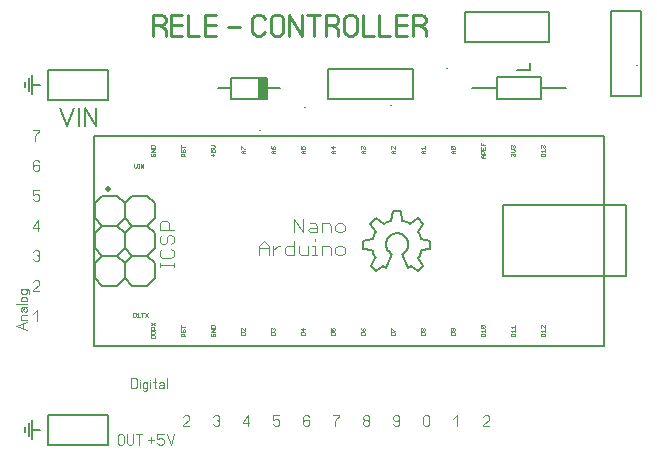
<source format=gbr>
%FSLAX34Y34*%
%MOMM*%
%LNSILK_TOP*%
G71*
G01*
%ADD10C,0.127*%
%ADD11C,0.102*%
%ADD12C,0.050*%
%ADD13C,0.200*%
%ADD14C,0.203*%
%ADD15C,0.500*%
%ADD16C,0.150*%
%ADD17C,0.100*%
%ADD18C,0.206*%
%ADD19C,0.167*%
%ADD20C,0.144*%
%ADD21C,0.222*%
%ADD22C,0.111*%
%LPD*%
G54D10*
X354364Y45760D02*
X-77436Y45760D01*
X-77436Y223560D01*
X354364Y223560D01*
X354364Y45760D01*
G54D10*
X372906Y164378D02*
X268766Y164378D01*
X268766Y104688D01*
X372906Y104688D01*
X372906Y164378D01*
G54D11*
X-13517Y143286D02*
X-13517Y149133D01*
X-15465Y151081D01*
X-19364Y151081D01*
X-21312Y149133D01*
X-21312Y143286D01*
X-9618Y143286D01*
G54D11*
X-19364Y139387D02*
X-21312Y137439D01*
X-21312Y133540D01*
X-19364Y131592D01*
X-17413Y131592D01*
X-15465Y133540D01*
X-15465Y137439D01*
X-13517Y139387D01*
X-11566Y139387D01*
X-9618Y137439D01*
X-9618Y133540D01*
X-11566Y131592D01*
G54D11*
X-11566Y127693D02*
X-9618Y125744D01*
X-9618Y121845D01*
X-11566Y119898D01*
X-19364Y119898D01*
X-21312Y121845D01*
X-21312Y125744D01*
X-19364Y127693D01*
G54D11*
X-21312Y116001D02*
X-21312Y112102D01*
G54D11*
X-21312Y114050D02*
X-9618Y114050D01*
G54D11*
X-9618Y112102D02*
X-9618Y116001D01*
G54D11*
X62960Y128315D02*
X70758Y128315D01*
G54D11*
X62960Y122468D02*
X62960Y130263D01*
X66859Y134162D01*
X70758Y130263D01*
X70758Y122468D01*
G54D11*
X74654Y122468D02*
X74654Y130263D01*
G54D11*
X74654Y126367D02*
X78553Y130263D01*
X80501Y130263D01*
G54D11*
X92195Y130263D02*
X86348Y130263D01*
X84400Y128315D01*
X84400Y124416D01*
X86348Y122468D01*
X92195Y122468D01*
X92195Y134162D01*
G54D11*
X96094Y130263D02*
X96094Y124416D01*
X98042Y122468D01*
X103889Y122468D01*
X103889Y130263D01*
G54D11*
X107788Y130263D02*
X109737Y130263D01*
X109737Y122468D01*
G54D11*
X107788Y122468D02*
X111685Y122468D01*
G54D11*
X115584Y122468D02*
X115584Y130263D01*
X121431Y130263D01*
X123379Y128315D01*
X123379Y122468D01*
G54D11*
X127278Y128315D02*
X127278Y124416D01*
X129226Y122468D01*
X133125Y122468D01*
X135073Y124416D01*
X135073Y128315D01*
X133125Y130263D01*
X129226Y130263D01*
X127278Y128315D01*
G54D11*
X133125Y141518D02*
X129226Y141518D01*
X127278Y143466D01*
X127278Y147365D01*
X129226Y149313D01*
X133125Y149313D01*
X135073Y147365D01*
X135073Y143466D01*
X133125Y141518D01*
G54D11*
X123379Y141518D02*
X123379Y147365D01*
X121431Y149313D01*
X115584Y149313D01*
X115584Y141518D01*
G54D11*
X111685Y145417D02*
X105838Y145417D01*
X103889Y143466D01*
X105838Y141518D01*
X111685Y141518D01*
X111685Y147365D01*
X109737Y149313D01*
X105838Y149313D01*
G54D11*
X99993Y153212D02*
X99993Y141518D01*
X92195Y153212D01*
X92195Y141518D01*
G54D11*
X109737Y136110D02*
X109737Y134162D01*
G54D12*
X-44289Y70017D02*
X-44289Y73576D01*
X-42508Y73576D01*
X-41917Y72984D01*
X-41916Y70611D01*
X-42508Y70017D01*
X-44289Y70017D01*
G54D12*
X-40781Y72389D02*
X-39595Y73576D01*
X-39595Y70017D01*
G54D12*
X-40781Y70017D02*
X-38409Y70017D01*
G54D12*
X-36087Y70017D02*
X-36087Y73576D01*
G54D12*
X-37274Y73576D02*
X-34901Y73576D01*
G54D12*
X-33763Y73576D02*
X-31391Y70017D01*
G54D12*
X-33763Y70017D02*
X-31391Y73576D01*
G54D12*
X-29052Y65135D02*
X-25493Y62763D01*
G54D12*
X-25493Y61625D02*
X-26679Y60439D01*
G54D12*
X-25493Y59252D02*
X-29052Y59252D01*
X-29052Y61033D01*
X-28460Y61625D01*
X-27274Y61625D01*
X-26679Y61033D01*
X-26679Y59253D01*
G54D12*
X-29052Y62763D02*
X-25493Y65135D01*
G54D12*
X-25493Y57525D02*
X-26087Y58117D01*
X-28460Y58117D01*
X-29052Y57525D01*
X-29052Y56339D01*
X-28460Y55745D01*
X-26087Y55745D01*
X-25493Y56339D01*
X-25493Y57525D01*
G54D12*
X-25493Y54017D02*
X-26087Y54609D01*
X-28460Y54609D01*
X-29052Y54018D01*
X-29052Y52237D01*
X-25493Y52237D01*
X-25493Y54017D01*
G54D12*
X-93Y53507D02*
X-3652Y53507D01*
X-3652Y55287D01*
X-3060Y55879D01*
X-1874Y55879D01*
X-1279Y55288D01*
X-1279Y53507D01*
G54D12*
X-3060Y59387D02*
X-3652Y58795D01*
X-3652Y57609D01*
X-3060Y57015D01*
X-2465Y57015D01*
X-1874Y57609D01*
X-1874Y58795D01*
X-1279Y59387D01*
X-687Y59387D01*
X-93Y58795D01*
X-93Y57609D01*
X-687Y57015D01*
G54D12*
X-93Y55879D02*
X-1279Y54693D01*
G54D12*
X-3652Y60522D02*
X-3652Y62895D01*
G54D12*
X-3652Y61709D02*
X-93Y61708D01*
G54D12*
X22340Y62895D02*
X21748Y62303D01*
X21748Y60523D01*
X25307Y60522D01*
X25307Y62303D01*
X24713Y62895D01*
X22340Y62895D01*
G54D12*
X21748Y59387D02*
X25307Y59387D01*
X21748Y57015D01*
X25307Y57015D01*
G54D12*
X22340Y55879D02*
X21748Y55288D01*
X21748Y54101D01*
X22340Y53507D01*
X24713Y53507D01*
X25307Y54101D01*
X25307Y55288D01*
X24713Y55879D01*
X23526Y55879D01*
X23526Y54693D01*
G54D12*
X50707Y54777D02*
X47148Y54777D01*
X47148Y56557D01*
X47740Y57149D01*
X50113Y57149D01*
X50707Y56558D01*
X50707Y54777D01*
G54D12*
X47740Y58285D02*
X47148Y58879D01*
X47148Y60065D01*
X47740Y60657D01*
X48335Y60657D01*
X50707Y58285D01*
X50707Y60657D01*
G54D12*
X73140Y58285D02*
X72548Y58879D01*
X72548Y60065D01*
X73140Y60657D01*
X73735Y60657D01*
X74326Y60065D01*
X74921Y60657D01*
X75513Y60657D01*
X76107Y60065D01*
X76107Y58879D01*
X75513Y58285D01*
G54D12*
X76107Y56557D02*
X75512Y57149D01*
X73140Y57149D01*
X72548Y56557D01*
X72548Y54777D01*
X76107Y54777D01*
X76107Y56557D01*
G54D12*
X74326Y59471D02*
X74326Y60065D01*
G54D12*
X98540Y57149D02*
X97948Y56557D01*
X97948Y54777D01*
X101507Y54777D01*
X101507Y56557D01*
X100913Y57149D01*
X98540Y57149D01*
G54D12*
X101507Y60065D02*
X97948Y60065D01*
X99726Y58285D01*
X99726Y60657D01*
G54D12*
X123348Y60657D02*
X123348Y58285D01*
X125126Y58285D01*
X124535Y59471D01*
X124535Y60065D01*
X125126Y60657D01*
X126313Y60657D01*
X126907Y60065D01*
X126907Y58879D01*
X126313Y58285D01*
G54D12*
X126907Y56558D02*
X126313Y57149D01*
X123940Y57149D01*
X123348Y56558D01*
X123348Y54777D01*
X126907Y54777D01*
X126907Y56558D01*
G54D12*
X149340Y57149D02*
X148748Y56558D01*
X148748Y54777D01*
X152307Y54777D01*
X152307Y56558D01*
X151713Y57149D01*
X149340Y57149D01*
G54D12*
X151713Y58285D02*
X150526Y58285D01*
X150526Y60065D01*
X151121Y60657D01*
X151713Y60657D01*
X152307Y60065D01*
X152307Y58879D01*
X151713Y58285D01*
G54D12*
X150526Y58285D02*
X149340Y59471D01*
X148748Y60657D01*
G54D12*
X177707Y58285D02*
X177113Y58285D01*
X174740Y60657D01*
X174148Y60657D01*
X174148Y58285D01*
G54D12*
X177113Y57149D02*
X174740Y57149D01*
X174148Y56557D01*
X174148Y54777D01*
X177707Y54777D01*
X177707Y56558D01*
X177113Y57149D01*
G54D12*
X201326Y60065D02*
X200735Y60657D01*
X200140Y60657D01*
X199548Y60065D01*
X199548Y58879D01*
X200140Y58285D01*
X200735Y58285D01*
X201326Y58879D01*
X201326Y60065D01*
X201921Y60657D01*
X202513Y60657D01*
X203107Y60065D01*
X203107Y58879D01*
X202513Y58285D01*
X201921Y58285D01*
X201326Y58879D01*
G54D12*
X202513Y57149D02*
X200140Y57149D01*
X199548Y56557D01*
X199548Y54777D01*
X203107Y54777D01*
X203107Y56557D01*
X202513Y57149D01*
G54D12*
X225540Y57149D02*
X224948Y56557D01*
X224948Y54777D01*
X228507Y54777D01*
X228507Y56557D01*
X227913Y57149D01*
X225540Y57149D01*
G54D12*
X227913Y58285D02*
X228507Y58879D01*
X228507Y60065D01*
X227913Y60657D01*
X225540Y60657D01*
X224948Y60065D01*
X224948Y58879D01*
X225540Y58285D01*
X226135Y58285D01*
X226726Y58879D01*
X226726Y60657D01*
G54D12*
X251535Y57015D02*
X250348Y58201D01*
X253907Y58201D01*
G54D12*
X253907Y57015D02*
X253907Y59387D01*
G54D12*
X253907Y61117D02*
X253313Y60522D01*
X250940Y62895D01*
X253313Y62895D01*
X253907Y62303D01*
X253907Y61117D01*
G54D12*
X253313Y60522D02*
X250940Y60522D01*
X250348Y61117D01*
X250348Y62303D01*
X250940Y62895D01*
G54D12*
X253313Y55879D02*
X250940Y55879D01*
X250348Y55287D01*
X250348Y53507D01*
X253907Y53507D01*
X253907Y55288D01*
X253313Y55879D01*
G54D12*
X276340Y55879D02*
X275748Y55288D01*
X275748Y53507D01*
X279307Y53507D01*
X279307Y55288D01*
X278713Y55879D01*
X276340Y55879D01*
G54D12*
X276935Y57015D02*
X275748Y58201D01*
X279307Y58201D01*
G54D12*
X279307Y57015D02*
X279307Y59387D01*
G54D12*
X279307Y60522D02*
X279307Y62895D01*
G54D12*
X279307Y61708D02*
X275748Y61708D01*
X276935Y60522D01*
G54D12*
X304707Y62895D02*
X304707Y60522D01*
X302335Y62895D01*
X301740Y62895D01*
X301148Y62303D01*
X301148Y61117D01*
X301740Y60522D01*
G54D12*
X304707Y59387D02*
X304707Y57015D01*
G54D12*
X304707Y58201D02*
X301148Y58201D01*
X302335Y57015D01*
G54D12*
X304113Y55879D02*
X301740Y55879D01*
X301148Y55287D01*
X301148Y53507D01*
X304707Y53507D01*
X304707Y55288D01*
X304113Y55879D01*
G54D12*
X304707Y205907D02*
X301148Y205907D01*
X301148Y207688D01*
X301740Y208279D01*
X304113Y208279D01*
X304707Y207688D01*
X304707Y205907D01*
G54D12*
X302335Y209415D02*
X301148Y210601D01*
X304707Y210601D01*
G54D12*
X304707Y209415D02*
X304707Y211787D01*
G54D12*
X304113Y212922D02*
X304707Y213517D01*
X304707Y214703D01*
X304113Y215295D01*
X303521Y215295D01*
X302926Y214703D01*
X302927Y214108D01*
G54D12*
X302926Y214703D02*
X302334Y215295D01*
X301740Y215295D01*
X301148Y214703D01*
X301148Y213517D01*
X301740Y212922D01*
G54D12*
X277526Y214108D02*
X277526Y214703D01*
X278121Y215295D01*
X278713Y215295D01*
X279307Y214703D01*
X279307Y213517D01*
X278713Y212922D01*
G54D12*
X277526Y214703D02*
X276935Y215295D01*
X276340Y215295D01*
X275748Y214703D01*
X275748Y213517D01*
X276340Y212922D01*
G54D12*
X275748Y211787D02*
X278121Y211787D01*
X279307Y210601D01*
X278121Y209415D01*
X275748Y209415D01*
G54D12*
X276340Y205907D02*
X275748Y206501D01*
X275748Y207688D01*
X276340Y208279D01*
X276935Y208279D01*
X277527Y207688D01*
X278121Y208279D01*
X278713Y208279D01*
X279307Y207688D01*
X279307Y206501D01*
X278713Y205907D01*
G54D12*
X277526Y207093D02*
X277527Y207688D01*
G54D12*
X253907Y207009D02*
X251535Y207009D01*
X250348Y205823D01*
X251535Y204637D01*
X253907Y204637D01*
G54D12*
X252126Y204637D02*
X252126Y207009D01*
G54D12*
X252721Y208145D02*
X252721Y209925D01*
X252126Y210517D01*
X250940Y210517D01*
X250348Y209925D01*
X250348Y208145D01*
X253907Y208145D01*
G54D12*
X252721Y209331D02*
X253907Y210517D01*
G54D12*
X250348Y214025D02*
X250348Y211652D01*
X253907Y211652D01*
X253907Y214025D01*
G54D12*
X253907Y215163D02*
X250348Y215163D01*
X250348Y217535D01*
G54D12*
X252126Y216349D02*
X252126Y215163D01*
G54D12*
X252126Y211652D02*
X252126Y212838D01*
G54D12*
X228507Y213735D02*
X228507Y212549D01*
X227913Y211955D01*
X225540Y214327D01*
X227913Y214327D01*
X228507Y213735D01*
G54D12*
X227913Y211955D02*
X225540Y211955D01*
X224948Y212549D01*
X224948Y213735D01*
X225540Y214327D01*
G54D12*
X228507Y208447D02*
X226134Y208447D01*
X224948Y209633D01*
X226135Y210819D01*
X228507Y210819D01*
G54D12*
X226726Y210819D02*
X226726Y208447D01*
G54D12*
X203107Y208447D02*
X200735Y208447D01*
X199548Y209633D01*
X200735Y210819D01*
X203107Y210819D01*
G54D12*
X203107Y211955D02*
X203107Y214327D01*
G54D12*
X203107Y213141D02*
X199548Y213141D01*
X200735Y211955D01*
G54D12*
X201326Y210819D02*
X201326Y208447D01*
G54D12*
X177707Y208447D02*
X175335Y208447D01*
X174148Y209633D01*
X175335Y210819D01*
X177707Y210819D01*
G54D12*
X177707Y214327D02*
X177707Y211955D01*
X175335Y214327D01*
X174740Y214327D01*
X174148Y213735D01*
X174148Y212549D01*
X174740Y211955D01*
G54D12*
X175926Y210819D02*
X175926Y208447D01*
G54D12*
X149340Y211955D02*
X148748Y212549D01*
X148748Y213735D01*
X149340Y214327D01*
X149935Y214327D01*
X150526Y213735D01*
X151121Y214327D01*
X151713Y214327D01*
X152307Y213735D01*
X152307Y212549D01*
X151713Y211955D01*
G54D12*
X152307Y210819D02*
X149935Y210819D01*
X148748Y209633D01*
X149935Y208447D01*
X152307Y208447D01*
G54D12*
X150526Y208447D02*
X150526Y210819D01*
G54D12*
X150526Y213735D02*
X150526Y213141D01*
G54D12*
X126907Y213735D02*
X123348Y213735D01*
X125126Y211955D01*
X125126Y214327D01*
G54D12*
X125126Y210819D02*
X125126Y208447D01*
G54D12*
X126907Y208447D02*
X124535Y208447D01*
X123348Y209633D01*
X124535Y210819D01*
X126907Y210819D01*
G54D12*
X101507Y208447D02*
X99135Y208447D01*
X97948Y209633D01*
X99134Y210819D01*
X101507Y210819D01*
G54D12*
X100913Y211955D02*
X101507Y212549D01*
X101507Y213735D01*
X100913Y214327D01*
X99726Y214327D01*
X99135Y213735D01*
X99135Y213141D01*
X99726Y211955D01*
X97948Y211955D01*
X97948Y214327D01*
G54D12*
X99726Y210819D02*
X99726Y208447D01*
G54D12*
X76107Y208447D02*
X73735Y208447D01*
X72548Y209633D01*
X73735Y210819D01*
X76107Y210819D01*
G54D12*
X72548Y214327D02*
X73140Y213141D01*
X74326Y211955D01*
X75513Y211955D01*
X76107Y212549D01*
X76107Y213735D01*
X75513Y214327D01*
X74921Y214327D01*
X74326Y213735D01*
X74326Y211955D01*
G54D12*
X74326Y210819D02*
X74326Y208447D01*
G54D12*
X50707Y208447D02*
X48335Y208447D01*
X47148Y209633D01*
X48335Y210819D01*
X50707Y210819D01*
G54D12*
X50707Y211955D02*
X50113Y211955D01*
X47740Y214327D01*
X47148Y214327D01*
X47148Y211955D01*
G54D12*
X48926Y210819D02*
X48926Y208447D01*
G54D12*
X21748Y211787D02*
X21748Y209415D01*
X23526Y209415D01*
X22935Y210601D01*
X22935Y211195D01*
X23526Y211787D01*
X24713Y211787D01*
X25307Y211195D01*
X25307Y210009D01*
X24713Y209415D01*
G54D12*
X21748Y212922D02*
X24121Y212922D01*
X25307Y214108D01*
X24121Y215295D01*
X21748Y215295D01*
G54D12*
X23526Y208279D02*
X23526Y205907D01*
G54D12*
X22340Y207093D02*
X24713Y207093D01*
G54D12*
X-93Y208279D02*
X-1279Y207093D01*
G54D12*
X-93Y205907D02*
X-3652Y205907D01*
X-3652Y207687D01*
X-3060Y208279D01*
X-1874Y208279D01*
X-1279Y207687D01*
X-1279Y205907D01*
G54D12*
X-687Y209415D02*
X-93Y210009D01*
X-93Y211195D01*
X-687Y211787D01*
X-1279Y211787D01*
X-1874Y211195D01*
X-1874Y210009D01*
X-2465Y209415D01*
X-3060Y209415D01*
X-3652Y210009D01*
X-3652Y211195D01*
X-3060Y211787D01*
G54D12*
X-3652Y212922D02*
X-3652Y215295D01*
G54D12*
X-3652Y214108D02*
X-93Y214108D01*
G54D12*
X-25493Y212922D02*
X-25493Y214703D01*
X-26087Y215295D01*
X-28460Y215295D01*
X-29052Y214703D01*
X-29052Y212922D01*
X-25493Y212922D01*
G54D12*
X-25493Y209415D02*
X-29052Y209415D01*
X-25493Y211787D01*
X-29052Y211787D01*
G54D12*
X-28460Y208279D02*
X-29052Y207687D01*
X-29052Y206501D01*
X-28460Y205907D01*
X-26087Y205907D01*
X-25493Y206501D01*
X-25493Y207687D01*
X-26087Y208279D01*
X-27274Y208279D01*
X-27274Y207093D01*
G54D12*
X-35264Y199306D02*
X-35264Y195747D01*
X-37637Y199306D01*
X-37637Y195747D01*
G54D12*
X-38790Y195747D02*
X-39976Y195747D01*
G54D12*
X-39382Y195747D02*
X-39382Y199305D01*
G54D12*
X-38790Y199305D02*
X-39976Y199306D01*
G54D12*
X-41112Y199305D02*
X-41112Y196933D01*
X-42298Y195747D01*
X-43484Y196933D01*
X-43484Y199305D01*
G54D13*
X-38320Y147106D02*
X-31920Y147106D01*
X-25620Y153406D01*
X-25620Y166206D01*
X-31920Y172506D01*
X-44720Y172506D01*
X-51020Y166206D01*
X-51020Y153406D01*
X-44720Y147106D01*
X-38320Y147106D01*
G54D13*
X-63720Y147106D02*
X-57320Y147106D01*
X-51020Y153406D01*
X-51020Y166206D01*
X-57320Y172506D01*
X-70120Y172506D01*
X-76420Y166206D01*
X-76420Y153406D01*
X-70120Y147106D01*
X-63720Y147106D01*
G54D13*
X-38320Y121706D02*
X-31920Y121706D01*
X-25620Y128006D01*
X-25620Y140806D01*
X-31920Y147106D01*
X-44720Y147106D01*
X-51020Y140806D01*
X-51020Y128006D01*
X-44720Y121706D01*
X-38320Y121706D01*
G54D13*
X-63720Y121706D02*
X-57320Y121706D01*
X-51020Y128006D01*
X-51020Y140806D01*
X-57320Y147106D01*
X-70120Y147106D01*
X-76420Y140806D01*
X-76420Y128006D01*
X-70120Y121706D01*
X-63720Y121706D01*
G54D13*
X-38320Y96306D02*
X-31920Y96306D01*
X-25620Y102606D01*
X-25620Y115406D01*
X-31920Y121706D01*
X-44720Y121706D01*
X-51020Y115406D01*
X-51020Y102606D01*
X-44720Y96306D01*
X-38320Y96306D01*
G54D13*
X-63720Y96306D02*
X-57320Y96306D01*
X-51020Y102606D01*
X-51020Y115406D01*
X-57320Y121706D01*
X-70120Y121706D01*
X-76420Y115406D01*
X-76420Y102606D01*
X-70120Y96306D01*
X-63720Y96306D01*
G54D14*
X183549Y122849D02*
X188375Y111419D01*
X190915Y112943D01*
X197011Y108625D01*
X201837Y113451D01*
X197519Y119547D01*
G54D14*
X200059Y126405D02*
X207679Y127675D01*
X207679Y134279D01*
X200059Y135803D01*
G54D14*
X197265Y142153D02*
X201837Y148757D01*
X197011Y153329D01*
X190407Y148757D01*
G54D14*
X184057Y151297D02*
X182787Y159425D01*
X175929Y159425D01*
X174659Y151297D01*
G54D14*
X168309Y148757D02*
X161705Y153329D01*
X156879Y148757D01*
X161451Y142153D01*
G54D14*
X158657Y135803D02*
X151037Y134279D01*
X151037Y127675D01*
X158657Y126405D01*
G54D14*
X161197Y119547D02*
X157133Y113451D01*
X161705Y108625D01*
X167801Y112943D01*
X170341Y111419D01*
X175421Y122849D01*
G54D14*
X197544Y119547D02*
X198129Y120588D01*
X198662Y121680D01*
X199119Y122824D01*
X199500Y123966D01*
X199830Y125135D01*
X200084Y126329D01*
G54D14*
X200034Y135828D02*
X199653Y137149D01*
X199170Y138444D01*
X198611Y139714D01*
X197976Y140934D01*
X197240Y142128D01*
G54D14*
X183549Y123103D02*
X184387Y123560D01*
X185149Y124094D01*
X185886Y124703D01*
X186546Y125389D01*
X187105Y126125D01*
X187613Y126938D01*
X188045Y127776D01*
X188375Y128665D01*
X188604Y129580D01*
X188756Y130520D01*
X188807Y131460D01*
X188756Y132400D01*
X188629Y133339D01*
X188375Y134253D01*
X188070Y135142D01*
X187638Y136006D01*
X187156Y136794D01*
X186572Y137556D01*
X185911Y138241D01*
X185200Y138851D01*
X184413Y139384D01*
X183600Y139842D01*
X182736Y140222D01*
X181822Y140502D01*
X180908Y140705D01*
X179968Y140807D01*
X179002Y140807D01*
X178063Y140705D01*
X177148Y140502D01*
X176234Y140222D01*
X175370Y139841D01*
X174557Y139384D01*
X173770Y138851D01*
X173059Y138241D01*
X172398Y137556D01*
X171814Y136794D01*
X171332Y136006D01*
X170900Y135142D01*
X170595Y134254D01*
X170341Y133339D01*
X170214Y132400D01*
X170163Y131460D01*
X170214Y130520D01*
X170366Y129580D01*
X170595Y128666D01*
X170925Y127776D01*
X171357Y126938D01*
X171865Y126125D01*
X172424Y125389D01*
X173084Y124703D01*
X173821Y124094D01*
X174583Y123560D01*
X175421Y123103D01*
G54D14*
X161299Y119623D02*
X160587Y120893D01*
X159978Y122214D01*
X159444Y123560D01*
X159013Y124957D01*
X158682Y126380D01*
G54D14*
X168411Y148833D02*
X169554Y149468D01*
X170747Y150052D01*
X171967Y150535D01*
X173211Y150967D01*
X174481Y151297D01*
G54D14*
X161476Y142026D02*
X160791Y140858D01*
X160181Y139638D01*
X159648Y138394D01*
X159190Y137098D01*
X158835Y135803D01*
G54D14*
X184184Y151373D02*
X185505Y151017D01*
X186800Y150586D01*
X188070Y150078D01*
X189315Y149494D01*
X190509Y148808D01*
X-65371Y178475D02*
G54D15*
D03*
G54D16*
X69334Y254859D02*
X69334Y272259D01*
X38934Y272259D01*
X38934Y254859D01*
X69334Y254859D01*
G36*
X69234Y254959D02*
X69234Y271659D01*
X62034Y271659D01*
X62034Y254959D01*
X69234Y254959D01*
G37*
G54D17*
X69234Y254959D02*
X69234Y271659D01*
X62034Y271659D01*
X62034Y254959D01*
X69234Y254959D01*
G54D16*
X80334Y263559D02*
X69234Y263559D01*
G54D16*
X39034Y263559D02*
X27934Y263559D01*
G54D18*
X63134Y228109D02*
X63134Y228109D01*
G54D18*
X101234Y247609D02*
X101234Y247609D01*
G54D13*
X-105866Y247273D02*
X-99866Y231273D01*
X-93866Y247273D01*
G54D13*
X-89466Y231273D02*
X-89466Y247273D01*
G54D13*
X-85066Y231273D02*
X-85066Y247273D01*
X-75466Y231273D01*
X-75466Y247273D01*
G54D16*
X-115662Y253446D02*
X-115662Y278847D01*
X-64862Y278846D01*
X-64862Y253446D01*
X-115662Y253446D01*
G54D13*
X-122995Y266676D02*
X-129346Y266676D01*
G54D13*
X-129346Y258739D02*
X-129345Y274614D01*
G54D13*
X-132520Y272232D02*
X-132520Y261120D01*
G54D13*
X-135695Y264295D02*
X-135695Y269057D01*
G54D16*
X121284Y280150D02*
X121284Y254749D01*
X192884Y254749D01*
X192884Y280150D01*
X121284Y280150D01*
G54D19*
X173940Y249358D02*
X173940Y249358D01*
G54D16*
X263734Y254059D02*
X263734Y273059D01*
X301734Y273059D01*
X301734Y254059D01*
X263734Y254059D01*
G54D16*
X263634Y263559D02*
X243034Y263559D01*
G54D16*
X322434Y263559D02*
X301834Y263559D01*
G54D20*
X280618Y278719D02*
X292174Y278719D01*
X292174Y284785D01*
G54D20*
X221934Y280309D02*
X221934Y280309D01*
G54D16*
X308334Y302851D02*
X308334Y328251D01*
X236734Y328251D01*
X236734Y302851D01*
X308334Y302851D01*
G54D19*
X382679Y282843D02*
X382679Y282843D01*
G54D16*
X385684Y328649D02*
X360284Y328649D01*
X360284Y257049D01*
X385684Y257049D01*
X385684Y328649D01*
G54D21*
X-21813Y316948D02*
X-17813Y314726D01*
X-16479Y312503D01*
X-16479Y308059D01*
G54D21*
X-27146Y308059D02*
X-27146Y325837D01*
X-20479Y325837D01*
X-17813Y324726D01*
X-16479Y322503D01*
X-16479Y320281D01*
X-17813Y318059D01*
X-20479Y316948D01*
X-27146Y316948D01*
G54D21*
X-2257Y308059D02*
X-11590Y308059D01*
X-11590Y325837D01*
X-2257Y325837D01*
G54D21*
X-11590Y316948D02*
X-2257Y316948D01*
G54D21*
X2632Y325837D02*
X2632Y308059D01*
X11965Y308059D01*
G54D21*
X26187Y308059D02*
X16854Y308059D01*
X16854Y325837D01*
X26187Y325837D01*
G54D21*
X16854Y316948D02*
X26187Y316948D01*
G54D21*
X36232Y315837D02*
X46899Y315837D01*
G54D21*
X67611Y311392D02*
X66277Y309170D01*
X63611Y308059D01*
X60944Y308059D01*
X58277Y309170D01*
X56944Y311392D01*
X56944Y322503D01*
X58277Y324726D01*
X60944Y325837D01*
X63611Y325837D01*
X66277Y324726D01*
X67611Y322503D01*
G54D21*
X83167Y322503D02*
X83167Y311392D01*
X81833Y309170D01*
X79167Y308059D01*
X76500Y308059D01*
X73833Y309170D01*
X72500Y311392D01*
X72500Y322503D01*
X73833Y324726D01*
X76500Y325837D01*
X79167Y325837D01*
X81833Y324726D01*
X83167Y322503D01*
G54D21*
X88056Y308059D02*
X88056Y325837D01*
X98723Y308059D01*
X98723Y325837D01*
G54D21*
X108945Y308059D02*
X108945Y325837D01*
G54D21*
X103612Y325837D02*
X114279Y325837D01*
G54D21*
X124501Y316948D02*
X128501Y314726D01*
X129835Y312503D01*
X129835Y308059D01*
G54D21*
X119168Y308059D02*
X119168Y325837D01*
X125835Y325837D01*
X128501Y324726D01*
X129835Y322503D01*
X129835Y320281D01*
X128501Y318059D01*
X125835Y316948D01*
X119168Y316948D01*
G54D21*
X145391Y322503D02*
X145391Y311392D01*
X144057Y309170D01*
X141391Y308059D01*
X138724Y308059D01*
X136057Y309170D01*
X134724Y311392D01*
X134724Y322503D01*
X136057Y324726D01*
X138724Y325837D01*
X141391Y325837D01*
X144057Y324726D01*
X145391Y322503D01*
G54D21*
X150280Y325837D02*
X150280Y308059D01*
X159613Y308059D01*
G54D21*
X164502Y325837D02*
X164502Y308059D01*
X173835Y308059D01*
G54D21*
X188057Y308059D02*
X178724Y308059D01*
X178724Y325837D01*
X188057Y325837D01*
G54D21*
X178724Y316948D02*
X188057Y316948D01*
G54D21*
X198279Y316948D02*
X202279Y314726D01*
X203613Y312503D01*
X203613Y308059D01*
G54D21*
X192946Y308059D02*
X192946Y325837D01*
X199613Y325837D01*
X202279Y324726D01*
X203613Y322503D01*
X203613Y320281D01*
X202279Y318059D01*
X199613Y316948D01*
X192946Y316948D01*
G54D22*
X-46196Y9609D02*
X-46196Y18498D01*
X-42863Y18498D01*
X-41529Y17942D01*
X-40863Y16831D01*
X-40863Y11276D01*
X-41529Y10165D01*
X-42863Y9609D01*
X-46196Y9609D01*
G54D22*
X-38419Y9609D02*
X-38419Y14609D01*
G54D22*
X-38419Y16276D02*
X-38419Y16276D01*
G54D22*
X-35975Y7942D02*
X-34642Y7387D01*
X-33708Y7387D01*
X-32375Y7942D01*
X-31975Y9053D01*
X-31975Y14609D01*
G54D22*
X-31975Y13165D02*
X-32642Y14276D01*
X-33975Y14609D01*
X-35308Y14276D01*
X-35975Y13165D01*
X-35975Y10942D01*
X-35308Y9831D01*
X-33975Y9609D01*
X-32642Y9831D01*
X-31975Y10942D01*
G54D22*
X-29531Y9609D02*
X-29531Y14609D01*
G54D22*
X-29531Y16276D02*
X-29531Y16276D01*
G54D22*
X-25754Y18498D02*
X-25754Y10165D01*
X-25087Y9609D01*
X-24420Y9831D01*
G54D22*
X-27087Y14609D02*
X-24420Y14609D01*
G54D22*
X-21976Y14053D02*
X-20643Y14609D01*
X-19043Y14609D01*
X-17976Y13498D01*
X-17976Y9609D01*
G54D22*
X-17976Y11276D02*
X-18643Y12387D01*
X-19976Y12609D01*
X-21309Y12387D01*
X-21976Y11276D01*
X-21709Y10165D01*
X-20643Y9609D01*
X-19976Y9609D01*
X-19709Y9609D01*
X-18643Y10165D01*
X-17976Y11276D01*
G54D22*
X-15532Y9609D02*
X-15532Y18498D01*
G54D22*
X3587Y-22141D02*
X-1746Y-22141D01*
X-1746Y-21585D01*
X-1079Y-20474D01*
X2921Y-17141D01*
X3587Y-16030D01*
X3587Y-14919D01*
X2921Y-13808D01*
X1587Y-13252D01*
X254Y-13252D01*
X-1079Y-13808D01*
X-1746Y-14919D01*
G54D22*
X23654Y-14919D02*
X24321Y-13808D01*
X25654Y-13252D01*
X26987Y-13252D01*
X28321Y-13808D01*
X28987Y-14919D01*
X28987Y-16030D01*
X28321Y-17141D01*
X26987Y-17697D01*
X28321Y-18252D01*
X28987Y-19363D01*
X28987Y-20474D01*
X28321Y-21585D01*
X26987Y-22141D01*
X25654Y-22141D01*
X24321Y-21585D01*
X23654Y-20474D01*
G54D22*
X53054Y-22141D02*
X53054Y-13252D01*
X49054Y-18808D01*
X49054Y-19919D01*
X54387Y-19919D01*
G54D22*
X79787Y-13252D02*
X74454Y-13252D01*
X74454Y-17141D01*
X75121Y-17141D01*
X76454Y-16585D01*
X77787Y-16585D01*
X79121Y-17141D01*
X79787Y-18252D01*
X79787Y-20474D01*
X79121Y-21585D01*
X77787Y-22141D01*
X76454Y-22141D01*
X75121Y-21585D01*
X74454Y-20474D01*
G54D22*
X105187Y-14919D02*
X104521Y-13808D01*
X103187Y-13252D01*
X101854Y-13252D01*
X100521Y-13808D01*
X99854Y-14919D01*
X99854Y-17697D01*
X99854Y-18252D01*
X101854Y-17141D01*
X103187Y-17141D01*
X104521Y-17697D01*
X105187Y-18808D01*
X105187Y-20474D01*
X104521Y-21585D01*
X103187Y-22141D01*
X101854Y-22141D01*
X100521Y-21585D01*
X99854Y-20474D01*
X99854Y-17697D01*
G54D22*
X125254Y-13252D02*
X130587Y-13252D01*
X129921Y-14363D01*
X128587Y-16030D01*
X127254Y-18252D01*
X126587Y-19919D01*
X126587Y-22141D01*
G54D22*
X153987Y-17697D02*
X152654Y-17697D01*
X151321Y-17141D01*
X150654Y-16030D01*
X150654Y-14919D01*
X151321Y-13808D01*
X152654Y-13252D01*
X153987Y-13252D01*
X155321Y-13808D01*
X155987Y-14919D01*
X155987Y-16030D01*
X155321Y-17141D01*
X153987Y-17697D01*
X155321Y-18252D01*
X155987Y-19363D01*
X155987Y-20474D01*
X155321Y-21585D01*
X153987Y-22141D01*
X152654Y-22141D01*
X151321Y-21585D01*
X150654Y-20474D01*
X150654Y-19363D01*
X151321Y-18252D01*
X152654Y-17697D01*
G54D22*
X176054Y-20474D02*
X176721Y-21585D01*
X178054Y-22141D01*
X179387Y-22141D01*
X180721Y-21585D01*
X181387Y-20474D01*
X181387Y-17697D01*
X181387Y-17141D01*
X179387Y-18252D01*
X178054Y-18252D01*
X176721Y-17697D01*
X176054Y-16585D01*
X176054Y-14919D01*
X176721Y-13808D01*
X178054Y-13252D01*
X179387Y-13252D01*
X180721Y-13808D01*
X181387Y-14919D01*
X181387Y-17697D01*
G54D22*
X206787Y-14919D02*
X206787Y-20474D01*
X206121Y-21585D01*
X204787Y-22141D01*
X203454Y-22141D01*
X202121Y-21585D01*
X201454Y-20474D01*
X201454Y-14919D01*
X202121Y-13808D01*
X203454Y-13252D01*
X204787Y-13252D01*
X206121Y-13808D01*
X206787Y-14919D01*
G54D22*
X226854Y-16585D02*
X230187Y-13252D01*
X230187Y-22141D01*
G54D22*
X257587Y-22141D02*
X252254Y-22141D01*
X252254Y-21585D01*
X252921Y-20474D01*
X256921Y-17141D01*
X257587Y-16030D01*
X257587Y-14919D01*
X256921Y-13808D01*
X255587Y-13252D01*
X254254Y-13252D01*
X252921Y-13808D01*
X252254Y-14919D01*
G54D22*
X-134020Y58584D02*
X-142909Y61918D01*
X-134020Y65251D01*
G54D22*
X-137354Y59918D02*
X-137354Y63918D01*
G54D22*
X-134020Y67695D02*
X-139020Y67695D01*
G54D22*
X-137909Y67695D02*
X-138687Y68362D01*
X-139020Y69695D01*
X-138687Y71029D01*
X-137909Y71695D01*
X-134020Y71695D01*
G54D22*
X-138465Y74139D02*
X-139020Y75473D01*
X-139020Y77073D01*
X-137909Y78139D01*
X-134020Y78139D01*
G54D22*
X-135687Y78139D02*
X-136798Y77473D01*
X-137020Y76139D01*
X-136798Y74806D01*
X-135687Y74139D01*
X-134576Y74406D01*
X-134020Y75473D01*
X-134020Y76139D01*
X-134020Y76406D01*
X-134576Y77473D01*
X-135687Y78139D01*
G54D22*
X-134020Y80583D02*
X-142909Y80583D01*
G54D22*
X-135354Y87027D02*
X-137576Y87027D01*
X-138687Y86361D01*
X-139020Y85027D01*
X-138687Y83694D01*
X-137576Y83027D01*
X-135354Y83027D01*
X-134243Y83694D01*
X-134020Y85027D01*
X-134243Y86361D01*
X-135354Y87027D01*
G54D22*
X-132354Y89471D02*
X-131798Y90805D01*
X-131798Y91738D01*
X-132354Y93071D01*
X-133465Y93471D01*
X-139020Y93471D01*
G54D22*
X-137576Y93471D02*
X-138687Y92805D01*
X-139020Y91471D01*
X-138687Y90138D01*
X-137576Y89471D01*
X-135354Y89471D01*
X-134243Y90138D01*
X-134020Y91471D01*
X-134243Y92805D01*
X-135354Y93471D01*
G54D22*
X-128746Y228048D02*
X-123413Y228048D01*
X-124079Y226937D01*
X-125413Y225270D01*
X-126746Y223048D01*
X-127413Y221381D01*
X-127413Y219159D01*
G54D22*
X-123413Y200981D02*
X-124079Y202092D01*
X-125413Y202648D01*
X-126746Y202648D01*
X-128079Y202092D01*
X-128746Y200981D01*
X-128746Y198203D01*
X-128746Y197648D01*
X-126746Y198759D01*
X-125413Y198759D01*
X-124079Y198203D01*
X-123413Y197092D01*
X-123413Y195426D01*
X-124079Y194315D01*
X-125413Y193759D01*
X-126746Y193759D01*
X-128079Y194315D01*
X-128746Y195426D01*
X-128746Y198203D01*
G54D22*
X-123413Y177248D02*
X-128746Y177248D01*
X-128746Y173359D01*
X-128079Y173359D01*
X-126746Y173915D01*
X-125413Y173915D01*
X-124079Y173359D01*
X-123413Y172248D01*
X-123413Y170026D01*
X-124079Y168915D01*
X-125413Y168359D01*
X-126746Y168359D01*
X-128079Y168915D01*
X-128746Y170026D01*
G54D22*
X-124746Y142959D02*
X-124746Y151848D01*
X-128746Y146292D01*
X-128746Y145181D01*
X-123413Y145181D01*
G54D22*
X-128746Y124781D02*
X-128079Y125892D01*
X-126746Y126448D01*
X-125413Y126448D01*
X-124079Y125892D01*
X-123413Y124781D01*
X-123413Y123670D01*
X-124079Y122559D01*
X-125413Y122003D01*
X-124079Y121448D01*
X-123413Y120337D01*
X-123413Y119226D01*
X-124079Y118115D01*
X-125413Y117559D01*
X-126746Y117559D01*
X-128079Y118115D01*
X-128746Y119226D01*
G54D22*
X-123413Y92159D02*
X-128746Y92159D01*
X-128746Y92715D01*
X-128079Y93826D01*
X-124079Y97159D01*
X-123413Y98270D01*
X-123413Y99381D01*
X-124079Y100492D01*
X-125413Y101048D01*
X-126746Y101048D01*
X-128079Y100492D01*
X-128746Y99381D01*
G54D22*
X-128746Y72315D02*
X-125413Y75648D01*
X-125413Y66759D01*
G54D16*
X-115662Y-38654D02*
X-115662Y-13253D01*
X-64862Y-13254D01*
X-64862Y-38654D01*
X-115662Y-38654D01*
G54D13*
X-122995Y-25424D02*
X-129346Y-25424D01*
G54D13*
X-129346Y-33361D02*
X-129345Y-17486D01*
G54D13*
X-132520Y-19868D02*
X-132520Y-30980D01*
G54D13*
X-135695Y-27805D02*
X-135695Y-23043D01*
G54D22*
X-51817Y-30878D02*
X-51817Y-36433D01*
X-52483Y-37544D01*
X-53817Y-38100D01*
X-55150Y-38100D01*
X-56483Y-37544D01*
X-57150Y-36433D01*
X-57150Y-30878D01*
X-56483Y-29767D01*
X-55150Y-29211D01*
X-53817Y-29211D01*
X-52483Y-29767D01*
X-51817Y-30878D01*
G54D22*
X-49373Y-29211D02*
X-49373Y-36433D01*
X-48706Y-37544D01*
X-47373Y-38100D01*
X-46040Y-38100D01*
X-44706Y-37544D01*
X-44040Y-36433D01*
X-44040Y-29211D01*
G54D22*
X-38929Y-38100D02*
X-38929Y-29211D01*
G54D22*
X-41596Y-29211D02*
X-36263Y-29211D01*
G54D22*
X-31242Y-34211D02*
X-25909Y-34211D01*
G54D22*
X-28575Y-31989D02*
X-28575Y-36433D01*
G54D22*
X-18132Y-29211D02*
X-23465Y-29211D01*
X-23465Y-33100D01*
X-22798Y-33100D01*
X-21465Y-32544D01*
X-20132Y-32544D01*
X-18798Y-33100D01*
X-18132Y-34211D01*
X-18132Y-36433D01*
X-18798Y-37544D01*
X-20132Y-38100D01*
X-21465Y-38100D01*
X-22798Y-37544D01*
X-23465Y-36433D01*
G54D22*
X-15688Y-29211D02*
X-12355Y-38100D01*
X-9021Y-29211D01*
M02*

</source>
